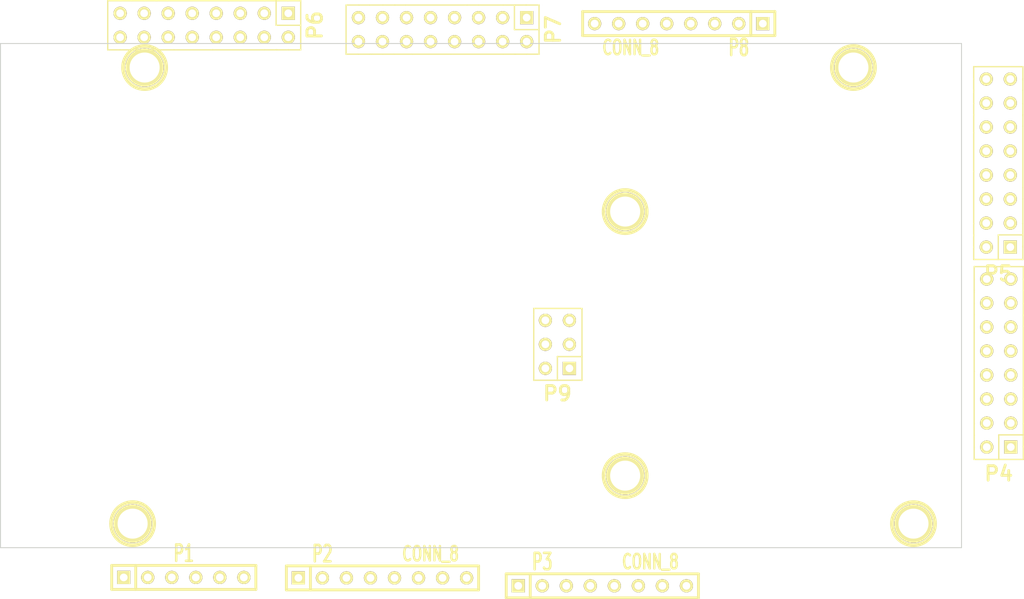
<source format=kicad_pcb>
(kicad_pcb (version 20221018) (generator pcbnew)
  (layers (0 "F.Cu" signal) (31 "B.Cu" signal) (34 "B.Paste" user) (35 "F.Paste" user) (36 "B.SilkS" user) (37 "F.SilkS" user) (38 "B.Mask" user) (39 "F.Mask" user) (44 "Edge.Cuts" user))
  (net 0 "")
  (footprint "SIL-8" (layer "F.Cu") (at 220.4466 219.5576)
    (fp_text reference "P2" (at -6.35 -2.54) (layer "F.SilkS") (effects (font (size 1.72974 1.08712) (thickness 0.3048))))
    (fp_text value "CONN_8" (at 5.08 -2.54) (layer "F.SilkS") (effects (font (size 1.524 1.016) (thickness 0.3048))))
    (fp_line (start -10.16 -1.27) (end 10.16 -1.27) (stroke (width 0.3048)) (layer "F.SilkS"))
    (fp_line (start -10.16 1.27) (end -10.16 -1.27) (stroke (width 0.3048)) (layer "F.SilkS"))
    (fp_line (start -7.62 1.27) (end -7.62 -1.27) (stroke (width 0.3048)) (layer "F.SilkS"))
    (fp_line (start 10.16 -1.27) (end 10.16 1.27) (stroke (width 0.3048)) (layer "F.SilkS"))
    (fp_line (start 10.16 1.27) (end -10.16 1.27) (stroke (width 0.3048)) (layer "F.SilkS"))
    (pad "1" thru_hole rect (at -8.89 0) (size 1.397 1.397) (drill 0.8128) (layers "*.Cu" "*.Mask" "F.SilkS"))
    (pad "2" thru_hole circle (at -6.35 0) (size 1.397 1.397) (drill 0.8128) (layers "*.Cu" "*.Mask" "F.SilkS"))
    (pad "3" thru_hole circle (at -3.81 0) (size 1.397 1.397) (drill 0.8128) (layers "*.Cu" "*.Mask" "F.SilkS"))
    (pad "4" thru_hole circle (at -1.27 0) (size 1.397 1.397) (drill 0.8128) (layers "*.Cu" "*.Mask" "F.SilkS"))
    (pad "5" thru_hole circle (at 1.27 0) (size 1.397 1.397) (drill 0.8128) (layers "*.Cu" "*.Mask" "F.SilkS"))
    (pad "6" thru_hole circle (at 3.81 0) (size 1.397 1.397) (drill 0.8128) (layers "*.Cu" "*.Mask" "F.SilkS"))
    (pad "7" thru_hole circle (at 6.35 0) (size 1.397 1.397) (drill 0.8128) (layers "*.Cu" "*.Mask" "F.SilkS"))
    (pad "8" thru_hole circle (at 8.89 0) (size 1.397 1.397) (drill 0.8128) (layers "*.Cu" "*.Mask" "F.SilkS"))
  )
  (footprint "SIL-8" (layer "F.Cu") (at 243.6876 220.3958)
    (fp_text reference "P3" (at -6.35 -2.54) (layer "F.SilkS") (effects (font (size 1.72974 1.08712) (thickness 0.3048))))
    (fp_text value "CONN_8" (at 5.08 -2.54) (layer "F.SilkS") (effects (font (size 1.524 1.016) (thickness 0.3048))))
    (fp_line (start -10.16 -1.27) (end 10.16 -1.27) (stroke (width 0.3048)) (layer "F.SilkS"))
    (fp_line (start -10.16 1.27) (end -10.16 -1.27) (stroke (width 0.3048)) (layer "F.SilkS"))
    (fp_line (start -7.62 1.27) (end -7.62 -1.27) (stroke (width 0.3048)) (layer "F.SilkS"))
    (fp_line (start 10.16 -1.27) (end 10.16 1.27) (stroke (width 0.3048)) (layer "F.SilkS"))
    (fp_line (start 10.16 1.27) (end -10.16 1.27) (stroke (width 0.3048)) (layer "F.SilkS"))
    (pad "1" thru_hole rect (at -8.89 0) (size 1.397 1.397) (drill 0.8128) (layers "*.Cu" "*.Mask" "F.SilkS"))
    (pad "2" thru_hole circle (at -6.35 0) (size 1.397 1.397) (drill 0.8128) (layers "*.Cu" "*.Mask" "F.SilkS"))
    (pad "3" thru_hole circle (at -3.81 0) (size 1.397 1.397) (drill 0.8128) (layers "*.Cu" "*.Mask" "F.SilkS"))
    (pad "4" thru_hole circle (at -1.27 0) (size 1.397 1.397) (drill 0.8128) (layers "*.Cu" "*.Mask" "F.SilkS"))
    (pad "5" thru_hole circle (at 1.27 0) (size 1.397 1.397) (drill 0.8128) (layers "*.Cu" "*.Mask" "F.SilkS"))
    (pad "6" thru_hole circle (at 3.81 0) (size 1.397 1.397) (drill 0.8128) (layers "*.Cu" "*.Mask" "F.SilkS"))
    (pad "7" thru_hole circle (at 6.35 0) (size 1.397 1.397) (drill 0.8128) (layers "*.Cu" "*.Mask" "F.SilkS"))
    (pad "8" thru_hole circle (at 8.89 0) (size 1.397 1.397) (drill 0.8128) (layers "*.Cu" "*.Mask" "F.SilkS"))
  )
  (footprint "SIL-8" (layer "F.Cu") (at 251.7648 160.909 180)
    (fp_text reference "P8" (at -6.35 -2.54 180) (layer "F.SilkS") (effects (font (size 1.72974 1.08712) (thickness 0.3048))))
    (fp_text value "CONN_8" (at 5.08 -2.54 180) (layer "F.SilkS") (effects (font (size 1.524 1.016) (thickness 0.3048))))
    (fp_line (start -10.16 -1.27) (end 10.16 -1.27) (stroke (width 0.3048)) (layer "F.SilkS"))
    (fp_line (start -10.16 1.27) (end -10.16 -1.27) (stroke (width 0.3048)) (layer "F.SilkS"))
    (fp_line (start -7.62 1.27) (end -7.62 -1.27) (stroke (width 0.3048)) (layer "F.SilkS"))
    (fp_line (start 10.16 -1.27) (end 10.16 1.27) (stroke (width 0.3048)) (layer "F.SilkS"))
    (fp_line (start 10.16 1.27) (end -10.16 1.27) (stroke (width 0.3048)) (layer "F.SilkS"))
    (pad "1" thru_hole rect (at -8.89 0 180) (size 1.397 1.397) (drill 0.8128) (layers "*.Cu" "*.Mask" "F.SilkS"))
    (pad "2" thru_hole circle (at -6.35 0 180) (size 1.397 1.397) (drill 0.8128) (layers "*.Cu" "*.Mask" "F.SilkS"))
    (pad "3" thru_hole circle (at -3.81 0 180) (size 1.397 1.397) (drill 0.8128) (layers "*.Cu" "*.Mask" "F.SilkS"))
    (pad "4" thru_hole circle (at -1.27 0 180) (size 1.397 1.397) (drill 0.8128) (layers "*.Cu" "*.Mask" "F.SilkS"))
    (pad "5" thru_hole circle (at 1.27 0 180) (size 1.397 1.397) (drill 0.8128) (layers "*.Cu" "*.Mask" "F.SilkS"))
    (pad "6" thru_hole circle (at 3.81 0 180) (size 1.397 1.397) (drill 0.8128) (layers "*.Cu" "*.Mask" "F.SilkS"))
    (pad "7" thru_hole circle (at 6.35 0 180) (size 1.397 1.397) (drill 0.8128) (layers "*.Cu" "*.Mask" "F.SilkS"))
    (pad "8" thru_hole circle (at 8.89 0 180) (size 1.397 1.397) (drill 0.8128) (layers "*.Cu" "*.Mask" "F.SilkS"))
  )
  (footprint "SIL-6" (layer "F.Cu") (at 199.4408 219.5068)
    (fp_text reference "P1" (at 0 -2.54) (layer "F.SilkS") (effects (font (size 1.72974 1.08712) (thickness 0.3048))))
    (fp_text value "CONN_6" hide)
    (fp_line (start -7.62 -1.27) (end 7.62 -1.27) (stroke (width 0.3048)) (layer "F.SilkS"))
    (fp_line (start -7.62 1.27) (end -7.62 -1.27) (stroke (width 0.3048)) (layer "F.SilkS"))
    (fp_line (start -5.08 1.27) (end -5.08 -1.27) (stroke (width 0.3048)) (layer "F.SilkS"))
    (fp_line (start 7.62 -1.27) (end 7.62 1.27) (stroke (width 0.3048)) (layer "F.SilkS"))
    (fp_line (start 7.62 1.27) (end -7.62 1.27) (stroke (width 0.3048)) (layer "F.SilkS"))
    (pad "1" thru_hole rect (at -6.35 0) (size 1.397 1.397) (drill 0.8128) (layers "*.Cu" "*.Mask" "F.SilkS"))
    (pad "2" thru_hole circle (at -3.81 0) (size 1.397 1.397) (drill 0.8128) (layers "*.Cu" "*.Mask" "F.SilkS"))
    (pad "3" thru_hole circle (at -1.27 0) (size 1.397 1.397) (drill 0.8128) (layers "*.Cu" "*.Mask" "F.SilkS"))
    (pad "4" thru_hole circle (at 1.27 0) (size 1.397 1.397) (drill 0.8128) (layers "*.Cu" "*.Mask" "F.SilkS"))
    (pad "5" thru_hole circle (at 3.81 0) (size 1.397 1.397) (drill 0.8128) (layers "*.Cu" "*.Mask" "F.SilkS"))
    (pad "6" thru_hole circle (at 6.35 0) (size 1.397 1.397) (drill 0.8128) (layers "*.Cu" "*.Mask" "F.SilkS"))
  )
  (footprint "CONN_2x8" (layer "F.Cu") (at 226.7966 161.544 90)
    (fp_text reference "P7" (at 0 11.7 90) (layer "F.SilkS") (effects (font (size 1.524 1.524) (thickness 0.3048))))
    (fp_text value "CONN_8X2" hide)
    (fp_line (start -2.6 -10.2) (end -2.6 -8.9) (stroke (width 0.15)) (layer "F.SilkS"))
    (fp_line (start -2.6 -8.9) (end -2.6 -7.7) (stroke (width 0.15)) (layer "F.SilkS"))
    (fp_line (start -2.6 -7.5) (end -2.6 -7.7) (stroke (width 0.15)) (layer "F.SilkS"))
    (fp_line (start -2.6 -6.3) (end -2.6 -7.5) (stroke (width 0.15)) (layer "F.SilkS"))
    (fp_line (start -2.6 -5.1) (end -2.6 -6.3) (stroke (width 0.15)) (layer "F.SilkS"))
    (fp_line (start -2.6 -5.1) (end -2.6 -3.2) (stroke (width 0.15)) (layer "F.SilkS"))
    (fp_line (start -2.6 0.9) (end -2.6 -3.2) (stroke (width 0.15)) (layer "F.SilkS"))
    (fp_line (start -2.6 6.4) (end -2.6 0.9) (stroke (width 0.15)) (layer "F.SilkS"))
    (fp_line (start -2.6 6.4) (end -2.6 7.6) (stroke (width 0.15)) (layer "F.SilkS"))
    (fp_line (start -2.6 7.6) (end -2.6 7.7) (stroke (width 0.15)) (layer "F.SilkS"))
    (fp_line (start -2.6 8.9) (end -2.6 7.7) (stroke (width 0.15)) (layer "F.SilkS"))
    (fp_line (start -2.6 8.9) (end -2.6 10.1) (stroke (width 0.15)) (layer "F.SilkS"))
    (fp_line (start -2.6 10.1) (end -2.6 10.2) (stroke (width 0.15)) (layer "F.SilkS"))
    (fp_line (start -2.6 10.2) (end 2.6 10.2) (stroke (width 0.15)) (layer "F.SilkS"))
    (fp_line (start 0 7.6) (end 0 10.2) (stroke (width 0.15)) (layer "F.SilkS"))
    (fp_line (start 0 7.6) (end 2.6 7.6) (stroke (width 0.15)) (layer "F.SilkS"))
    (fp_line (start 2.6 -10.2) (end -2.6 -10.2) (stroke (width 0.15)) (layer "F.SilkS"))
    (fp_line (start 2.6 -8.9) (end 2.6 -10.2) (stroke (width 0.15)) (layer "F.SilkS"))
    (fp_line (start 2.6 -8.8) (end 2.6 -8.9) (stroke (width 0.15)) (layer "F.SilkS"))
    (fp_line (start 2.6 -7.7) (end 2.6 -8.8) (stroke (width 0.15)) (layer "F.SilkS"))
    (fp_line (start 2.6 -7.7) (end 2.6 -6.3) (stroke (width 0.15)) (layer "F.SilkS"))
    (fp_line (start 2.6 -6.3) (end 2.6 -5.1) (stroke (width 0.15)) (layer "F.SilkS"))
    (fp_line (start 2.6 -5) (end 2.6 -5.1) (stroke (width 0.15)) (layer "F.SilkS"))
    (fp_line (start 2.6 -3.9) (end 2.6 -5) (stroke (width 0.15)) (layer "F.SilkS"))
    (fp_line (start 2.6 2.6) (end 2.6 -3.9) (stroke (width 0.15)) (layer "F.SilkS"))
    (fp_line (start 2.6 2.6) (end 2.6 3.8) (stroke (width 0.15)) (layer "F.SilkS"))
    (fp_line (start 2.6 6.4) (end 2.6 3.8) (stroke (width 0.15)) (layer "F.SilkS"))
    (fp_line (start 2.6 7.7) (end 2.6 6.4) (stroke (width 0.15)) (layer "F.SilkS"))
    (fp_line (start 2.6 7.7) (end 2.6 8.8) (stroke (width 0.15)) (layer "F.SilkS"))
    (fp_line (start 2.6 8.8) (end 2.6 8.9) (stroke (width 0.15)) (layer "F.SilkS"))
    (fp_line (start 2.6 10.2) (end 2.6 8.9) (stroke (width 0.15)) (layer "F.SilkS"))
    (pad "1" thru_hole rect (at 1.27 8.89 90) (size 1.397 1.397) (drill 0.8128) (layers "*.Cu" "*.Mask" "F.SilkS"))
    (pad "2" thru_hole circle (at -1.27 8.89 90) (size 1.397 1.397) (drill 0.8128) (layers "*.Cu" "*.Mask" "F.SilkS"))
    (pad "3" thru_hole circle (at 1.27 6.35 90) (size 1.397 1.397) (drill 0.8128) (layers "*.Cu" "*.Mask" "F.SilkS"))
    (pad "4" thru_hole circle (at -1.27 6.35 90) (size 1.397 1.397) (drill 0.8128) (layers "*.Cu" "*.Mask" "F.SilkS"))
    (pad "5" thru_hole circle (at 1.27 3.81 90) (size 1.397 1.397) (drill 0.8128) (layers "*.Cu" "*.Mask" "F.SilkS"))
    (pad "6" thru_hole circle (at -1.27 3.81 90) (size 1.397 1.397) (drill 0.8128) (layers "*.Cu" "*.Mask" "F.SilkS"))
    (pad "7" thru_hole circle (at 1.27 1.27 90) (size 1.397 1.397) (drill 0.8128) (layers "*.Cu" "*.Mask" "F.SilkS"))
    (pad "8" thru_hole circle (at -1.27 1.27 90) (size 1.397 1.397) (drill 0.8128) (layers "*.Cu" "*.Mask" "F.SilkS"))
    (pad "9" thru_hole circle (at 1.27 -1.27 90) (size 1.397 1.397) (drill 0.8128) (layers "*.Cu" "*.Mask" "F.SilkS"))
    (pad "10" thru_hole circle (at -1.27 -1.27 90) (size 1.397 1.397) (drill 0.8128) (layers "*.Cu" "*.Mask" "F.SilkS"))
    (pad "11" thru_hole circle (at 1.27 -3.81 90) (size 1.397 1.397) (drill 0.8128) (layers "*.Cu" "*.Mask" "F.SilkS"))
    (pad "12" thru_hole circle (at -1.27 -3.81 90) (size 1.397 1.397) (drill 0.8128) (layers "*.Cu" "*.Mask" "F.SilkS"))
    (pad "13" thru_hole circle (at 1.27 -6.35 90) (size 1.397 1.397) (drill 0.8128) (layers "*.Cu" "*.Mask" "F.SilkS"))
    (pad "14" thru_hole circle (at -1.27 -6.35 90) (size 1.397 1.397) (drill 0.8128) (layers "*.Cu" "*.Mask" "F.SilkS"))
    (pad "15" thru_hole circle (at 1.27 -8.89 90) (size 1.397 1.397) (drill 0.8128) (layers "*.Cu" "*.Mask" "F.SilkS"))
    (pad "16" thru_hole circle (at -1.27 -8.89 90) (size 1.397 1.397) (drill 0.8128) (layers "*.Cu" "*.Mask" "F.SilkS"))
  )
  (footprint "CONN_2x8" (layer "F.Cu") (at 201.5998 161.0868 90)
    (fp_text reference "P6" (at 0 11.7 90) (layer "F.SilkS") (effects (font (size 1.524 1.524) (thickness 0.3048))))
    (fp_text value "CONN_8X2" hide)
    (fp_line (start -2.6 -10.2) (end -2.6 -8.9) (stroke (width 0.15)) (layer "F.SilkS"))
    (fp_line (start -2.6 -8.9) (end -2.6 -7.7) (stroke (width 0.15)) (layer "F.SilkS"))
    (fp_line (start -2.6 -7.5) (end -2.6 -7.7) (stroke (width 0.15)) (layer "F.SilkS"))
    (fp_line (start -2.6 -6.3) (end -2.6 -7.5) (stroke (width 0.15)) (layer "F.SilkS"))
    (fp_line (start -2.6 -5.1) (end -2.6 -6.3) (stroke (width 0.15)) (layer "F.SilkS"))
    (fp_line (start -2.6 -5.1) (end -2.6 -3.2) (stroke (width 0.15)) (layer "F.SilkS"))
    (fp_line (start -2.6 0.9) (end -2.6 -3.2) (stroke (width 0.15)) (layer "F.SilkS"))
    (fp_line (start -2.6 6.4) (end -2.6 0.9) (stroke (width 0.15)) (layer "F.SilkS"))
    (fp_line (start -2.6 6.4) (end -2.6 7.6) (stroke (width 0.15)) (layer "F.SilkS"))
    (fp_line (start -2.6 7.6) (end -2.6 7.7) (stroke (width 0.15)) (layer "F.SilkS"))
    (fp_line (start -2.6 8.9) (end -2.6 7.7) (stroke (width 0.15)) (layer "F.SilkS"))
    (fp_line (start -2.6 8.9) (end -2.6 10.1) (stroke (width 0.15)) (layer "F.SilkS"))
    (fp_line (start -2.6 10.1) (end -2.6 10.2) (stroke (width 0.15)) (layer "F.SilkS"))
    (fp_line (start -2.6 10.2) (end 2.6 10.2) (stroke (width 0.15)) (layer "F.SilkS"))
    (fp_line (start 0 7.6) (end 0 10.2) (stroke (width 0.15)) (layer "F.SilkS"))
    (fp_line (start 0 7.6) (end 2.6 7.6) (stroke (width 0.15)) (layer "F.SilkS"))
    (fp_line (start 2.6 -10.2) (end -2.6 -10.2) (stroke (width 0.15)) (layer "F.SilkS"))
    (fp_line (start 2.6 -8.9) (end 2.6 -10.2) (stroke (width 0.15)) (layer "F.SilkS"))
    (fp_line (start 2.6 -8.8) (end 2.6 -8.9) (stroke (width 0.15)) (layer "F.SilkS"))
    (fp_line (start 2.6 -7.7) (end 2.6 -8.8) (stroke (width 0.15)) (layer "F.SilkS"))
    (fp_line (start 2.6 -7.7) (end 2.6 -6.3) (stroke (width 0.15)) (layer "F.SilkS"))
    (fp_line (start 2.6 -6.3) (end 2.6 -5.1) (stroke (width 0.15)) (layer "F.SilkS"))
    (fp_line (start 2.6 -5) (end 2.6 -5.1) (stroke (width 0.15)) (layer "F.SilkS"))
    (fp_line (start 2.6 -3.9) (end 2.6 -5) (stroke (width 0.15)) (layer "F.SilkS"))
    (fp_line (start 2.6 2.6) (end 2.6 -3.9) (stroke (width 0.15)) (layer "F.SilkS"))
    (fp_line (start 2.6 2.6) (end 2.6 3.8) (stroke (width 0.15)) (layer "F.SilkS"))
    (fp_line (start 2.6 6.4) (end 2.6 3.8) (stroke (width 0.15)) (layer "F.SilkS"))
    (fp_line (start 2.6 7.7) (end 2.6 6.4) (stroke (width 0.15)) (layer "F.SilkS"))
    (fp_line (start 2.6 7.7) (end 2.6 8.8) (stroke (width 0.15)) (layer "F.SilkS"))
    (fp_line (start 2.6 8.8) (end 2.6 8.9) (stroke (width 0.15)) (layer "F.SilkS"))
    (fp_line (start 2.6 10.2) (end 2.6 8.9) (stroke (width 0.15)) (layer "F.SilkS"))
    (pad "1" thru_hole rect (at 1.27 8.89 90) (size 1.397 1.397) (drill 0.8128) (layers "*.Cu" "*.Mask" "F.SilkS"))
    (pad "2" thru_hole circle (at -1.27 8.89 90) (size 1.397 1.397) (drill 0.8128) (layers "*.Cu" "*.Mask" "F.SilkS"))
    (pad "3" thru_hole circle (at 1.27 6.35 90) (size 1.397 1.397) (drill 0.8128) (layers "*.Cu" "*.Mask" "F.SilkS"))
    (pad "4" thru_hole circle (at -1.27 6.35 90) (size 1.397 1.397) (drill 0.8128) (layers "*.Cu" "*.Mask" "F.SilkS"))
    (pad "5" thru_hole circle (at 1.27 3.81 90) (size 1.397 1.397) (drill 0.8128) (layers "*.Cu" "*.Mask" "F.SilkS"))
    (pad "6" thru_hole circle (at -1.27 3.81 90) (size 1.397 1.397) (drill 0.8128) (layers "*.Cu" "*.Mask" "F.SilkS"))
    (pad "7" thru_hole circle (at 1.27 1.27 90) (size 1.397 1.397) (drill 0.8128) (layers "*.Cu" "*.Mask" "F.SilkS"))
    (pad "8" thru_hole circle (at -1.27 1.27 90) (size 1.397 1.397) (drill 0.8128) (layers "*.Cu" "*.Mask" "F.SilkS"))
    (pad "9" thru_hole circle (at 1.27 -1.27 90) (size 1.397 1.397) (drill 0.8128) (layers "*.Cu" "*.Mask" "F.SilkS"))
    (pad "10" thru_hole circle (at -1.27 -1.27 90) (size 1.397 1.397) (drill 0.8128) (layers "*.Cu" "*.Mask" "F.SilkS"))
    (pad "11" thru_hole circle (at 1.27 -3.81 90) (size 1.397 1.397) (drill 0.8128) (layers "*.Cu" "*.Mask" "F.SilkS"))
    (pad "12" thru_hole circle (at -1.27 -3.81 90) (size 1.397 1.397) (drill 0.8128) (layers "*.Cu" "*.Mask" "F.SilkS"))
    (pad "13" thru_hole circle (at 1.27 -6.35 90) (size 1.397 1.397) (drill 0.8128) (layers "*.Cu" "*.Mask" "F.SilkS"))
    (pad "14" thru_hole circle (at -1.27 -6.35 90) (size 1.397 1.397) (drill 0.8128) (layers "*.Cu" "*.Mask" "F.SilkS"))
    (pad "15" thru_hole circle (at 1.27 -8.89 90) (size 1.397 1.397) (drill 0.8128) (layers "*.Cu" "*.Mask" "F.SilkS"))
    (pad "16" thru_hole circle (at -1.27 -8.89 90) (size 1.397 1.397) (drill 0.8128) (layers "*.Cu" "*.Mask" "F.SilkS"))
  )
  (footprint "CONN_2x8" (layer "F.Cu") (at 285.5976 196.8246)
    (fp_text reference "P4" (at 0 11.7) (layer "F.SilkS") (effects (font (size 1.524 1.524) (thickness 0.3048))))
    (fp_text value "CONN_8X2" hide)
    (fp_line (start -2.6 -10.2) (end -2.6 -8.9) (stroke (width 0.15)) (layer "F.SilkS"))
    (fp_line (start -2.6 -8.9) (end -2.6 -7.7) (stroke (width 0.15)) (layer "F.SilkS"))
    (fp_line (start -2.6 -7.5) (end -2.6 -7.7) (stroke (width 0.15)) (layer "F.SilkS"))
    (fp_line (start -2.6 -6.3) (end -2.6 -7.5) (stroke (width 0.15)) (layer "F.SilkS"))
    (fp_line (start -2.6 -5.1) (end -2.6 -6.3) (stroke (width 0.15)) (layer "F.SilkS"))
    (fp_line (start -2.6 -5.1) (end -2.6 -3.2) (stroke (width 0.15)) (layer "F.SilkS"))
    (fp_line (start -2.6 0.9) (end -2.6 -3.2) (stroke (width 0.15)) (layer "F.SilkS"))
    (fp_line (start -2.6 6.4) (end -2.6 0.9) (stroke (width 0.15)) (layer "F.SilkS"))
    (fp_line (start -2.6 6.4) (end -2.6 7.6) (stroke (width 0.15)) (layer "F.SilkS"))
    (fp_line (start -2.6 7.6) (end -2.6 7.7) (stroke (width 0.15)) (layer "F.SilkS"))
    (fp_line (start -2.6 8.9) (end -2.6 7.7) (stroke (width 0.15)) (layer "F.SilkS"))
    (fp_line (start -2.6 8.9) (end -2.6 10.1) (stroke (width 0.15)) (layer "F.SilkS"))
    (fp_line (start -2.6 10.1) (end -2.6 10.2) (stroke (width 0.15)) (layer "F.SilkS"))
    (fp_line (start -2.6 10.2) (end 2.6 10.2) (stroke (width 0.15)) (layer "F.SilkS"))
    (fp_line (start 0 7.6) (end 0 10.2) (stroke (width 0.15)) (layer "F.SilkS"))
    (fp_line (start 0 7.6) (end 2.6 7.6) (stroke (width 0.15)) (layer "F.SilkS"))
    (fp_line (start 2.6 -10.2) (end -2.6 -10.2) (stroke (width 0.15)) (layer "F.SilkS"))
    (fp_line (start 2.6 -8.9) (end 2.6 -10.2) (stroke (width 0.15)) (layer "F.SilkS"))
    (fp_line (start 2.6 -8.8) (end 2.6 -8.9) (stroke (width 0.15)) (layer "F.SilkS"))
    (fp_line (start 2.6 -7.7) (end 2.6 -8.8) (stroke (width 0.15)) (layer "F.SilkS"))
    (fp_line (start 2.6 -7.7) (end 2.6 -6.3) (stroke (width 0.15)) (layer "F.SilkS"))
    (fp_line (start 2.6 -6.3) (end 2.6 -5.1) (stroke (width 0.15)) (layer "F.SilkS"))
    (fp_line (start 2.6 -5) (end 2.6 -5.1) (stroke (width 0.15)) (layer "F.SilkS"))
    (fp_line (start 2.6 -3.9) (end 2.6 -5) (stroke (width 0.15)) (layer "F.SilkS"))
    (fp_line (start 2.6 2.6) (end 2.6 -3.9) (stroke (width 0.15)) (layer "F.SilkS"))
    (fp_line (start 2.6 2.6) (end 2.6 3.8) (stroke (width 0.15)) (layer "F.SilkS"))
    (fp_line (start 2.6 6.4) (end 2.6 3.8) (stroke (width 0.15)) (layer "F.SilkS"))
    (fp_line (start 2.6 7.7) (end 2.6 6.4) (stroke (width 0.15)) (layer "F.SilkS"))
    (fp_line (start 2.6 7.7) (end 2.6 8.8) (stroke (width 0.15)) (layer "F.SilkS"))
    (fp_line (start 2.6 8.8) (end 2.6 8.9) (stroke (width 0.15)) (layer "F.SilkS"))
    (fp_line (start 2.6 10.2) (end 2.6 8.9) (stroke (width 0.15)) (layer "F.SilkS"))
    (pad "1" thru_hole rect (at 1.27 8.89) (size 1.397 1.397) (drill 0.8128) (layers "*.Cu" "*.Mask" "F.SilkS"))
    (pad "2" thru_hole circle (at -1.27 8.89) (size 1.397 1.397) (drill 0.8128) (layers "*.Cu" "*.Mask" "F.SilkS"))
    (pad "3" thru_hole circle (at 1.27 6.35) (size 1.397 1.397) (drill 0.8128) (layers "*.Cu" "*.Mask" "F.SilkS"))
    (pad "4" thru_hole circle (at -1.27 6.35) (size 1.397 1.397) (drill 0.8128) (layers "*.Cu" "*.Mask" "F.SilkS"))
    (pad "5" thru_hole circle (at 1.27 3.81) (size 1.397 1.397) (drill 0.8128) (layers "*.Cu" "*.Mask" "F.SilkS"))
    (pad "6" thru_hole circle (at -1.27 3.81) (size 1.397 1.397) (drill 0.8128) (layers "*.Cu" "*.Mask" "F.SilkS"))
    (pad "7" thru_hole circle (at 1.27 1.27) (size 1.397 1.397) (drill 0.8128) (layers "*.Cu" "*.Mask" "F.SilkS"))
    (pad "8" thru_hole circle (at -1.27 1.27) (size 1.397 1.397) (drill 0.8128) (layers "*.Cu" "*.Mask" "F.SilkS"))
    (pad "9" thru_hole circle (at 1.27 -1.27) (size 1.397 1.397) (drill 0.8128) (layers "*.Cu" "*.Mask" "F.SilkS"))
    (pad "10" thru_hole circle (at -1.27 -1.27) (size 1.397 1.397) (drill 0.8128) (layers "*.Cu" "*.Mask" "F.SilkS"))
    (pad "11" thru_hole circle (at 1.27 -3.81) (size 1.397 1.397) (drill 0.8128) (layers "*.Cu" "*.Mask" "F.SilkS"))
    (pad "12" thru_hole circle (at -1.27 -3.81) (size 1.397 1.397) (drill 0.8128) (layers "*.Cu" "*.Mask" "F.SilkS"))
    (pad "13" thru_hole circle (at 1.27 -6.35) (size 1.397 1.397) (drill 0.8128) (layers "*.Cu" "*.Mask" "F.SilkS"))
    (pad "14" thru_hole circle (at -1.27 -6.35) (size 1.397 1.397) (drill 0.8128) (layers "*.Cu" "*.Mask" "F.SilkS"))
    (pad "15" thru_hole circle (at 1.27 -8.89) (size 1.397 1.397) (drill 0.8128) (layers "*.Cu" "*.Mask" "F.SilkS"))
    (pad "16" thru_hole circle (at -1.27 -8.89) (size 1.397 1.397) (drill 0.8128) (layers "*.Cu" "*.Mask" "F.SilkS"))
  )
  (footprint "CONN_2x8" (layer "F.Cu") (at 285.5468 175.6664)
    (fp_text reference "P5" (at 0 11.7) (layer "F.SilkS") (effects (font (size 1.524 1.524) (thickness 0.3048))))
    (fp_text value "CONN_8X2" hide)
    (fp_line (start -2.6 -10.2) (end -2.6 -8.9) (stroke (width 0.15)) (layer "F.SilkS"))
    (fp_line (start -2.6 -8.9) (end -2.6 -7.7) (stroke (width 0.15)) (layer "F.SilkS"))
    (fp_line (start -2.6 -7.5) (end -2.6 -7.7) (stroke (width 0.15)) (layer "F.SilkS"))
    (fp_line (start -2.6 -6.3) (end -2.6 -7.5) (stroke (width 0.15)) (layer "F.SilkS"))
    (fp_line (start -2.6 -5.1) (end -2.6 -6.3) (stroke (width 0.15)) (layer "F.SilkS"))
    (fp_line (start -2.6 -5.1) (end -2.6 -3.2) (stroke (width 0.15)) (layer "F.SilkS"))
    (fp_line (start -2.6 0.9) (end -2.6 -3.2) (stroke (width 0.15)) (layer "F.SilkS"))
    (fp_line (start -2.6 6.4) (end -2.6 0.9) (stroke (width 0.15)) (layer "F.SilkS"))
    (fp_line (start -2.6 6.4) (end -2.6 7.6) (stroke (width 0.15)) (layer "F.SilkS"))
    (fp_line (start -2.6 7.6) (end -2.6 7.7) (stroke (width 0.15)) (layer "F.SilkS"))
    (fp_line (start -2.6 8.9) (end -2.6 7.7) (stroke (width 0.15)) (layer "F.SilkS"))
    (fp_line (start -2.6 8.9) (end -2.6 10.1) (stroke (width 0.15)) (layer "F.SilkS"))
    (fp_line (start -2.6 10.1) (end -2.6 10.2) (stroke (width 0.15)) (layer "F.SilkS"))
    (fp_line (start -2.6 10.2) (end 2.6 10.2) (stroke (width 0.15)) (layer "F.SilkS"))
    (fp_line (start 0 7.6) (end 0 10.2) (stroke (width 0.15)) (layer "F.SilkS"))
    (fp_line (start 0 7.6) (end 2.6 7.6) (stroke (width 0.15)) (layer "F.SilkS"))
    (fp_line (start 2.6 -10.2) (end -2.6 -10.2) (stroke (width 0.15)) (layer "F.SilkS"))
    (fp_line (start 2.6 -8.9) (end 2.6 -10.2) (stroke (width 0.15)) (layer "F.SilkS"))
    (fp_line (start 2.6 -8.8) (end 2.6 -8.9) (stroke (width 0.15)) (layer "F.SilkS"))
    (fp_line (start 2.6 -7.7) (end 2.6 -8.8) (stroke (width 0.15)) (layer "F.SilkS"))
    (fp_line (start 2.6 -7.7) (end 2.6 -6.3) (stroke (width 0.15)) (layer "F.SilkS"))
    (fp_line (start 2.6 -6.3) (end 2.6 -5.1) (stroke (width 0.15)) (layer "F.SilkS"))
    (fp_line (start 2.6 -5) (end 2.6 -5.1) (stroke (width 0.15)) (layer "F.SilkS"))
    (fp_line (start 2.6 -3.9) (end 2.6 -5) (stroke (width 0.15)) (layer "F.SilkS"))
    (fp_line (start 2.6 2.6) (end 2.6 -3.9) (stroke (width 0.15)) (layer "F.SilkS"))
    (fp_line (start 2.6 2.6) (end 2.6 3.8) (stroke (width 0.15)) (layer "F.SilkS"))
    (fp_line (start 2.6 6.4) (end 2.6 3.8) (stroke (width 0.15)) (layer "F.SilkS"))
    (fp_line (start 2.6 7.7) (end 2.6 6.4) (stroke (width 0.15)) (layer "F.SilkS"))
    (fp_line (start 2.6 7.7) (end 2.6 8.8) (stroke (width 0.15)) (layer "F.SilkS"))
    (fp_line (start 2.6 8.8) (end 2.6 8.9) (stroke (width 0.15)) (layer "F.SilkS"))
    (fp_line (start 2.6 10.2) (end 2.6 8.9) (stroke (width 0.15)) (layer "F.SilkS"))
    (pad "1" thru_hole rect (at 1.27 8.89) (size 1.397 1.397) (drill 0.8128) (layers "*.Cu" "*.Mask" "F.SilkS"))
    (pad "2" thru_hole circle (at -1.27 8.89) (size 1.397 1.397) (drill 0.8128) (layers "*.Cu" "*.Mask" "F.SilkS"))
    (pad "3" thru_hole circle (at 1.27 6.35) (size 1.397 1.397) (drill 0.8128) (layers "*.Cu" "*.Mask" "F.SilkS"))
    (pad "4" thru_hole circle (at -1.27 6.35) (size 1.397 1.397) (drill 0.8128) (layers "*.Cu" "*.Mask" "F.SilkS"))
    (pad "5" thru_hole circle (at 1.27 3.81) (size 1.397 1.397) (drill 0.8128) (layers "*.Cu" "*.Mask" "F.SilkS"))
    (pad "6" thru_hole circle (at -1.27 3.81) (size 1.397 1.397) (drill 0.8128) (layers "*.Cu" "*.Mask" "F.SilkS"))
    (pad "7" thru_hole circle (at 1.27 1.27) (size 1.397 1.397) (drill 0.8128) (layers "*.Cu" "*.Mask" "F.SilkS"))
    (pad "8" thru_hole circle (at -1.27 1.27) (size 1.397 1.397) (drill 0.8128) (layers "*.Cu" "*.Mask" "F.SilkS"))
    (pad "9" thru_hole circle (at 1.27 -1.27) (size 1.397 1.397) (drill 0.8128) (layers "*.Cu" "*.Mask" "F.SilkS"))
    (pad "10" thru_hole circle (at -1.27 -1.27) (size 1.397 1.397) (drill 0.8128) (layers "*.Cu" "*.Mask" "F.SilkS"))
    (pad "11" thru_hole circle (at 1.27 -3.81) (size 1.397 1.397) (drill 0.8128) (layers "*.Cu" "*.Mask" "F.SilkS"))
    (pad "12" thru_hole circle (at -1.27 -3.81) (size 1.397 1.397) (drill 0.8128) (layers "*.Cu" "*.Mask" "F.SilkS"))
    (pad "13" thru_hole circle (at 1.27 -6.35) (size 1.397 1.397) (drill 0.8128) (layers "*.Cu" "*.Mask" "F.SilkS"))
    (pad "14" thru_hole circle (at -1.27 -6.35) (size 1.397 1.397) (drill 0.8128) (layers "*.Cu" "*.Mask" "F.SilkS"))
    (pad "15" thru_hole circle (at 1.27 -8.89) (size 1.397 1.397) (drill 0.8128) (layers "*.Cu" "*.Mask" "F.SilkS"))
    (pad "16" thru_hole circle (at -1.27 -8.89) (size 1.397 1.397) (drill 0.8128) (layers "*.Cu" "*.Mask" "F.SilkS"))
  )
  (footprint "1pin" (layer "F.Cu") (at 194.0306 213.8172)
    (fp_text reference "1PIN" hide)
    (fp_text value "P***" hide)
    (fp_circle (center 0 0) (end 0 -2.286) (stroke (width 0.381)) (fill none) (layer "F.SilkS"))
    (pad "" thru_hole circle (at 0 0) (size 4.064 4.064) (drill 3.175) (layers "*.Cu" "*.Mask" "F.SilkS"))
  )
  (footprint "1pin" (layer "F.Cu") (at 195.3006 165.5572)
    (fp_text reference "1PIN" hide)
    (fp_text value "P***" hide)
    (fp_circle (center 0 0) (end 0 -2.286) (stroke (width 0.381)) (fill none) (layer "F.SilkS"))
    (pad "" thru_hole circle (at 0 0) (size 4.064 4.064) (drill 3.175) (layers "*.Cu" "*.Mask" "F.SilkS"))
  )
  (footprint "1pin" (layer "F.Cu") (at 270.2306 165.5572)
    (fp_text reference "1PIN" hide)
    (fp_text value "P***" hide)
    (fp_circle (center 0 0) (end 0 -2.286) (stroke (width 0.381)) (fill none) (layer "F.SilkS"))
    (pad "" thru_hole circle (at 0 0) (size 4.064 4.064) (drill 3.175) (layers "*.Cu" "*.Mask" "F.SilkS"))
  )
  (footprint "1pin" (layer "F.Cu") (at 276.5806 213.8172)
    (fp_text reference "1PIN" hide)
    (fp_text value "P***" hide)
    (fp_circle (center 0 0) (end 0 -2.286) (stroke (width 0.381)) (fill none) (layer "F.SilkS"))
    (pad "" thru_hole circle (at 0 0) (size 4.064 4.064) (drill 3.175) (layers "*.Cu" "*.Mask" "F.SilkS"))
  )
  (footprint "1pin" (layer "F.Cu") (at 246.1006 208.7372)
    (fp_text reference "1PIN" hide)
    (fp_text value "P***" hide)
    (fp_circle (center 0 0) (end 0 -2.286) (stroke (width 0.381)) (fill none) (layer "F.SilkS"))
    (pad "" thru_hole circle (at 0 0) (size 4.064 4.064) (drill 3.175) (layers "*.Cu" "*.Mask" "F.SilkS"))
  )
  (footprint "1pin" (layer "F.Cu") (at 246.1006 180.7972)
    (fp_text reference "1PIN" hide)
    (fp_text value "P***" hide)
    (fp_circle (center 0 0) (end 0 -2.286) (stroke (width 0.381)) (fill none) (layer "F.SilkS"))
    (pad "" thru_hole circle (at 0 0) (size 4.064 4.064) (drill 3.175) (layers "*.Cu" "*.Mask" "F.SilkS"))
  )
  (footprint "CONN_2x3" (layer "F.Cu") (at 238.9378 194.8434)
    (fp_text reference "P9" (at 0 5.2) (layer "F.SilkS") (effects (font (size 1.524 1.524) (thickness 0.3048))))
    (fp_text value "CONN_3X2" hide)
    (fp_line (start -2.5 -3.8) (end -2.5 -3.2) (stroke (width 0.15)) (layer "F.SilkS"))
    (fp_line (start -2.5 3.8) (end -2.5 -3.1) (stroke (width 0.15)) (layer "F.SilkS"))
    (fp_line (start 0 1.3) (end 0 3.8) (stroke (width 0.15)) (layer "F.SilkS"))
    (fp_line (start 0 1.3) (end 2.6 1.3) (stroke (width 0.15)) (layer "F.SilkS"))
    (fp_line (start 2.6 -3.8) (end -2.5 -3.8) (stroke (width 0.15)) (layer "F.SilkS"))
    (fp_line (start 2.6 -3.7) (end 2.6 -3.8) (stroke (width 0.15)) (layer "F.SilkS"))
    (fp_line (start 2.6 1.3) (end 2.6 -3.7) (stroke (width 0.15)) (layer "F.SilkS"))
    (fp_line (start 2.6 1.3) (end 2.6 3.8) (stroke (width 0.15)) (layer "F.SilkS"))
    (fp_line (start 2.6 3.8) (end -2.5 3.8) (stroke (width 0.15)) (layer "F.SilkS"))
    (pad "1" thru_hole rect (at 1.27 2.54) (size 1.397 1.397) (drill 0.8128) (layers "*.Cu" "*.Mask" "F.SilkS"))
    (pad "2" thru_hole circle (at -1.27 2.54) (size 1.397 1.397) (drill 0.8128) (layers "*.Cu" "*.Mask" "F.SilkS"))
    (pad "3" thru_hole circle (at 1.27 0) (size 1.397 1.397) (drill 0.8128) (layers "*.Cu" "*.Mask" "F.SilkS"))
    (pad "4" thru_hole circle (at -1.27 0) (size 1.397 1.397) (drill 0.8128) (layers "*.Cu" "*.Mask" "F.SilkS"))
    (pad "5" thru_hole circle (at 1.27 -2.54) (size 1.397 1.397) (drill 0.8128) (layers "*.Cu" "*.Mask" "F.SilkS"))
    (pad "6" thru_hole circle (at -1.27 -2.54) (size 1.397 1.397) (drill 0.8128) (layers "*.Cu" "*.Mask" "F.SilkS"))
  )
  (gr_line (start 180.0606 163.0172) (end 281.6606 163.0172) (stroke (width 0.1)) (layer "Edge.Cuts"))
  (gr_line (start 281.6606 163.0172) (end 281.6606 216.3572) (stroke (width 0.1)) (layer "Edge.Cuts"))
  (gr_line (start 180.0606 216.3572) (end 180.0606 163.0172) (stroke (width 0.1)) (layer "Edge.Cuts"))
  (gr_line (start 281.6606 216.3572) (end 180.0606 216.3572) (stroke (width 0.1)) (layer "Edge.Cuts"))
)
</source>
